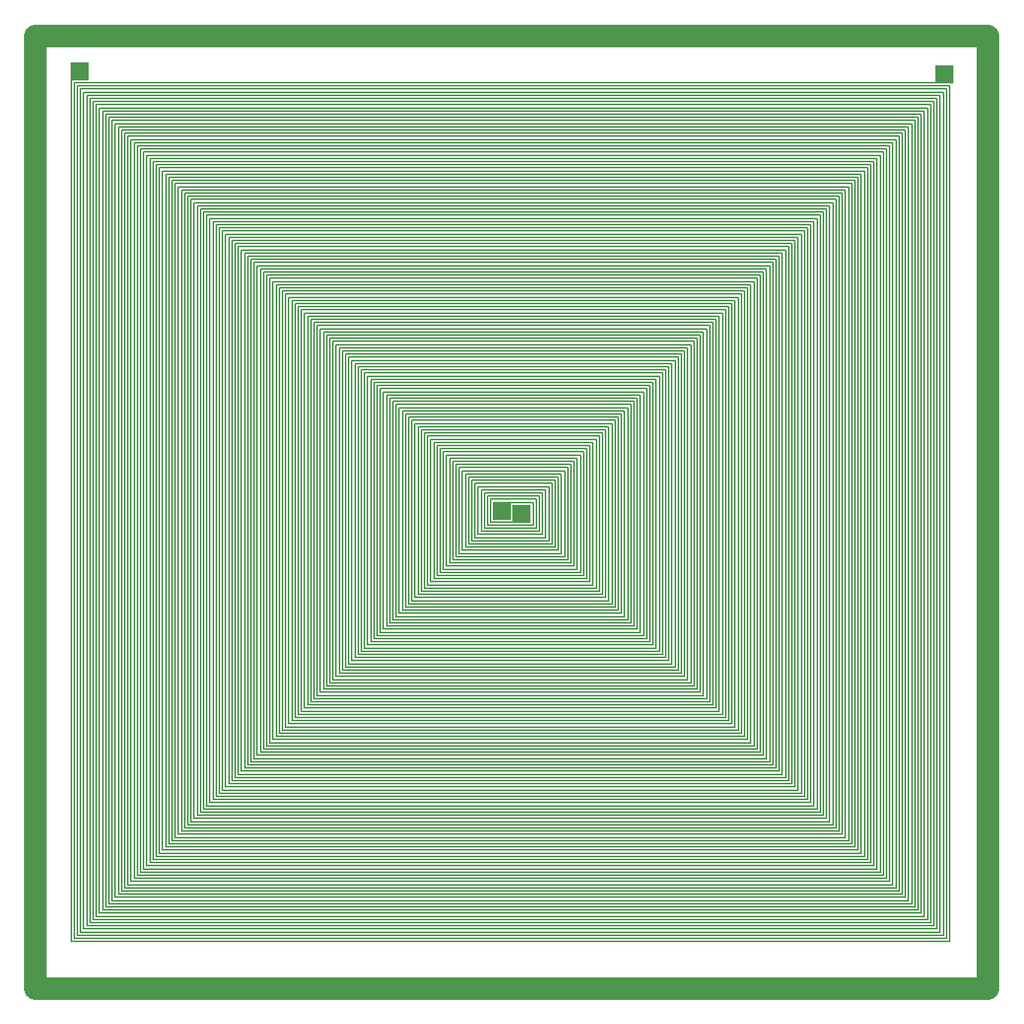
<source format=gbr>
G04 start of page 2 for group 0 idx 0 *
G04 Title: (unknown), component *
G04 Creator: pcb 1.99y *
G04 CreationDate: Mon Mar  9 18:38:29 2009 UTC *
G04 For: dj *
G04 Format: Gerber/RS-274X *
G04 PCB-Dimensions: 432600 432600 *
G04 PCB-Coordinate-Origin: lower left *
%MOIN*%
%FSLAX25Y25*%
%LNFRONT*%
%ADD11C,0.0070*%
%ADD12C,0.1000*%
%ADD13C,0.0200*%
%ADD14C,0.0300*%
G54D11*X204100Y209150D02*X227100D01*
X202700Y207750D02*X228500D01*
X201300Y206350D02*X229900D01*
X227100Y209150D02*Y222050D01*
X228500Y207750D02*Y223450D01*
X229900Y206350D02*Y224850D01*
X231300Y204950D02*Y226250D01*
X232700Y203550D02*Y227650D01*
X234100Y202150D02*Y229050D01*
X199900Y204950D02*X231300D01*
X198500Y203550D02*X232700D01*
X197100Y202150D02*X234100D01*
X195700Y200750D02*X235500D01*
X206900Y211950D02*Y222050D01*
X208300Y220650D02*X225700D01*
X205500Y210550D02*Y223450D01*
X206900Y222050D02*X227100D01*
X206900Y211950D02*X224300D01*
Y219250D01*
X205500Y210550D02*X225700D01*
Y220650D01*
X235500Y200750D02*Y230450D01*
X194300Y199350D02*X236900D01*
Y231850D01*
X192900Y197950D02*X238300D01*
Y233250D01*
X239700Y196550D02*Y234650D01*
X241100Y195150D02*Y236050D01*
X242500Y193750D02*Y237450D01*
X243900Y192350D02*Y238850D01*
X245300Y190950D02*Y240250D01*
X246700Y189550D02*Y241650D01*
X248100Y188150D02*Y243050D01*
X249500Y186750D02*Y244450D01*
X250900Y185350D02*Y245850D01*
X191500Y196550D02*X239700D01*
X190100Y195150D02*X241100D01*
X188700Y193750D02*X242500D01*
X187300Y192350D02*X243900D01*
X185900Y190950D02*X245300D01*
X184500Y189550D02*X246700D01*
X183100Y188150D02*X248100D01*
X181700Y186750D02*X249500D01*
X180300Y185350D02*X250900D01*
X178900Y183950D02*X252300D01*
X177500Y182550D02*X253700D01*
X176100Y181150D02*X255100D01*
X174700Y179750D02*X256500D01*
X173300Y178350D02*X257900D01*
X171900Y176950D02*X259300D01*
X170500Y175550D02*X260700D01*
X169100Y174150D02*X262100D01*
X167700Y172750D02*X263500D01*
X166300Y171350D02*X264900D01*
X164900Y169950D02*X266300D01*
X163500Y168550D02*X267700D01*
X162100Y167150D02*X269100D01*
X160700Y165750D02*X270500D01*
X159300Y164350D02*X271900D01*
X157900Y162950D02*X273300D01*
X156500Y161550D02*X274700D01*
X155100Y160150D02*X276100D01*
X153700Y158750D02*X277500D01*
X152300Y157350D02*X278900D01*
X150900Y155950D02*X280300D01*
X149500Y154550D02*X281700D01*
X148100Y153150D02*X283100D01*
X146700Y151750D02*X284500D01*
X145300Y150350D02*X285900D01*
X143900Y148950D02*X287300D01*
X142500Y147550D02*X288700D01*
X141100Y146150D02*X290100D01*
X139700Y144750D02*X291500D01*
X138300Y143350D02*X292900D01*
X136900Y141950D02*X294300D01*
X135500Y140550D02*X295700D01*
X134100Y139150D02*X297100D01*
X132700Y137750D02*X298500D01*
X131300Y136350D02*X299900D01*
X129900Y134950D02*X301300D01*
X128500Y133550D02*X302700D01*
X127100Y132150D02*X304100D01*
X125700Y130750D02*X305500D01*
X124300Y129350D02*X306900D01*
X252300Y183950D02*Y247250D01*
X253700Y182550D02*Y248650D01*
X255100Y181150D02*Y250050D01*
X256500Y179750D02*Y251450D01*
X257900Y178350D02*Y252850D01*
X259300Y176950D02*Y254250D01*
X260700Y175550D02*Y255650D01*
X262100Y174150D02*Y257050D01*
X263500Y172750D02*Y258450D01*
X264900Y171350D02*Y259850D01*
X266300Y169950D02*Y261250D01*
X267700Y168550D02*Y262650D01*
X269100Y167150D02*Y264050D01*
X270500Y165750D02*Y265450D01*
X271900Y164350D02*Y266850D01*
X273300Y162950D02*Y268250D01*
X274700Y161550D02*Y269650D01*
X276100Y160150D02*Y271050D01*
X277500Y158750D02*Y272450D01*
X278900Y157350D02*Y273850D01*
X280300Y155950D02*Y275250D01*
X281700Y154550D02*Y276650D01*
X283100Y153150D02*Y278050D01*
X284500Y151750D02*Y279450D01*
X285900Y150350D02*Y280850D01*
X287300Y148950D02*Y282250D01*
X288700Y147550D02*Y283650D01*
X290100Y146150D02*Y285050D01*
X291500Y144750D02*Y286450D01*
X292900Y143350D02*Y287850D01*
X294300Y141950D02*Y289250D01*
X295700Y140550D02*Y290650D01*
X297100Y139150D02*Y292050D01*
X298500Y137750D02*Y293450D01*
X299900Y136350D02*Y294850D01*
X301300Y134950D02*Y296250D01*
X302700Y133550D02*Y297650D01*
X304100Y132150D02*Y299050D01*
X305500Y130750D02*Y300450D01*
X197100Y231850D02*X236900D01*
X122900Y127950D02*X308300D01*
X121500Y126550D02*X309700D01*
X120100Y125150D02*X311100D01*
X118700Y123750D02*X312500D01*
X117300Y122350D02*X313900D01*
X115900Y120950D02*X315300D01*
X114500Y119550D02*X316700D01*
X113100Y118150D02*X318100D01*
X111700Y116750D02*X319500D01*
X110300Y115350D02*X320900D01*
X108900Y113950D02*X322300D01*
X107500Y112550D02*X323700D01*
X106100Y111150D02*X325100D01*
X104700Y109750D02*X326500D01*
X103300Y108350D02*X327900D01*
X101900Y106950D02*X329300D01*
X100500Y105550D02*X330700D01*
X99100Y104150D02*X332100D01*
X97700Y102750D02*X333500D01*
X96300Y101350D02*X334900D01*
X94900Y99950D02*X336300D01*
X93500Y98550D02*X337700D01*
X92100Y97150D02*X339100D01*
X90700Y95750D02*X340500D01*
X205500Y223450D02*X228500D01*
X204100Y224850D02*X229900D01*
X202700Y226250D02*X231300D01*
X201300Y227650D02*X232700D01*
X199900Y229050D02*X234100D01*
X198500Y230450D02*X235500D01*
X195700Y233250D02*X238300D01*
X194300Y234650D02*X239700D01*
X192900Y236050D02*X241100D01*
X191500Y237450D02*X242500D01*
X190100Y238850D02*X243900D01*
X188700Y240250D02*X245300D01*
X187300Y241650D02*X246700D01*
X185900Y243050D02*X248100D01*
X184500Y244450D02*X249500D01*
X183100Y245850D02*X250900D01*
X181700Y247250D02*X252300D01*
X180300Y248650D02*X253700D01*
X178900Y250050D02*X255100D01*
X306900Y129350D02*Y301850D01*
X308300Y127950D02*Y303250D01*
X309700Y126550D02*Y304650D01*
X311100Y125150D02*Y306050D01*
X312500Y123750D02*Y307450D01*
X313900Y122350D02*Y308850D01*
X315300Y120950D02*Y310250D01*
X316700Y119550D02*Y311650D01*
X318100Y118150D02*Y313050D01*
X319500Y116750D02*Y314450D01*
X320900Y115350D02*Y315850D01*
X322300Y113950D02*Y317250D01*
X323700Y112550D02*Y318650D01*
X325100Y111150D02*Y320050D01*
X326500Y109750D02*Y321450D01*
X327900Y108350D02*Y322850D01*
X329300Y106950D02*Y324250D01*
X330700Y105550D02*Y325650D01*
X332100Y104150D02*Y327050D01*
X333500Y102750D02*Y328450D01*
X334900Y101350D02*Y329850D01*
X336300Y99950D02*Y331250D01*
X337700Y98550D02*Y332650D01*
X339100Y97150D02*Y334050D01*
X340500Y95750D02*Y335450D01*
X341900Y94350D02*Y336850D01*
X343300Y92950D02*Y338250D01*
X344700Y91550D02*Y339650D01*
X346100Y90150D02*Y341050D01*
X347500Y88750D02*Y342450D01*
X348900Y87350D02*Y343850D01*
X350300Y85950D02*Y345250D01*
X351700Y84550D02*Y346650D01*
X353100Y83150D02*Y348050D01*
X354500Y81750D02*Y349450D01*
X355900Y80350D02*Y350850D01*
X357300Y78950D02*Y352250D01*
X358700Y77550D02*Y353650D01*
X360100Y76150D02*Y355050D01*
X361500Y74750D02*Y356450D01*
X362900Y73350D02*Y357850D01*
X364300Y71950D02*Y359250D01*
X365700Y70550D02*Y360650D01*
X367100Y69150D02*Y362050D01*
X368500Y67750D02*Y363450D01*
X369900Y66350D02*Y364850D01*
X191500Y196550D02*Y237450D01*
X190100Y195150D02*Y238850D01*
X188700Y193750D02*Y240250D01*
X187300Y192350D02*Y241650D01*
X185900Y190950D02*Y243050D01*
X184500Y189550D02*Y244450D01*
X183100Y188150D02*Y245850D01*
X181700Y186750D02*Y247250D01*
X180300Y185350D02*Y248650D01*
X178900Y183950D02*Y250050D01*
X177500Y182550D02*Y251450D01*
X176100Y181150D02*Y252850D01*
X174700Y179750D02*Y254250D01*
X204100Y209150D02*Y224850D01*
X202700Y207750D02*Y226250D01*
X201300Y206350D02*Y227650D01*
X199900Y204950D02*Y229050D01*
X198500Y203550D02*Y230450D01*
X197100Y202150D02*Y231850D01*
X195700Y200750D02*Y233250D01*
X194300Y199350D02*Y234650D01*
X192900Y197950D02*Y236050D01*
X89300Y94350D02*X341900D01*
X87900Y92950D02*X343300D01*
X86500Y91550D02*X344700D01*
X85100Y90150D02*X346100D01*
X83700Y88750D02*X347500D01*
X82300Y87350D02*X348900D01*
X80900Y85950D02*X350300D01*
X79500Y84550D02*X351700D01*
X78100Y83150D02*X353100D01*
X76700Y81750D02*X354500D01*
X75300Y80350D02*X355900D01*
X73900Y78950D02*X357300D01*
X72500Y77550D02*X358700D01*
X71100Y76150D02*X360100D01*
X69700Y74750D02*X361500D01*
X68300Y73350D02*X362900D01*
X66900Y71950D02*X364300D01*
X65500Y70550D02*X365700D01*
X64100Y69150D02*X367100D01*
X62700Y67750D02*X368500D01*
X61300Y66350D02*X369900D01*
X59900Y64950D02*X371300D01*
X58500Y63550D02*X372700D01*
X57100Y62150D02*X374100D01*
X55700Y60750D02*X375500D01*
X54300Y59350D02*X376900D01*
X52900Y57950D02*X378300D01*
X51500Y56550D02*X379700D01*
X50100Y55150D02*X381100D01*
X48700Y53750D02*X382500D01*
X47300Y52350D02*X383900D01*
X45900Y50950D02*X385300D01*
X44500Y49550D02*X386700D01*
X43100Y48150D02*X388100D01*
X41700Y46750D02*X389500D01*
X40300Y45350D02*X390900D01*
X38900Y43950D02*X392300D01*
X37500Y42550D02*X393700D01*
X36100Y41150D02*X395100D01*
X34700Y39750D02*X396500D01*
X33300Y38350D02*X397900D01*
X31900Y36950D02*X399300D01*
X30500Y35550D02*X400700D01*
X173300Y178350D02*Y255650D01*
X171900Y176950D02*Y257050D01*
X170500Y175550D02*Y258450D01*
X169100Y174150D02*Y259850D01*
X167700Y172750D02*Y261250D01*
X166300Y171350D02*Y262650D01*
X164900Y169950D02*Y264050D01*
X163500Y168550D02*Y265450D01*
X162100Y167150D02*Y266850D01*
X160700Y165750D02*Y268250D01*
X159300Y164350D02*Y269650D01*
X157900Y162950D02*Y271050D01*
X156500Y161550D02*Y272450D01*
X155100Y160150D02*Y273850D01*
X153700Y158750D02*Y275250D01*
X152300Y157350D02*Y276650D01*
X150900Y155950D02*Y278050D01*
X149500Y154550D02*Y279450D01*
X148100Y153150D02*Y280850D01*
X146700Y151750D02*Y282250D01*
X145300Y150350D02*Y283650D01*
X143900Y148950D02*Y285050D01*
X142500Y147550D02*Y286450D01*
X141100Y146150D02*Y287850D01*
X139700Y144750D02*Y289250D01*
X138300Y143350D02*Y290650D01*
X136900Y141950D02*Y292050D01*
X135500Y140550D02*Y293450D01*
X134100Y139150D02*Y294850D01*
X132700Y137750D02*Y296250D01*
X131300Y136350D02*Y297650D01*
X129900Y134950D02*Y299050D01*
X128500Y133550D02*Y300450D01*
X127100Y132150D02*Y301850D01*
X125700Y130750D02*Y303250D01*
X124300Y129350D02*Y304650D01*
X122900Y127950D02*Y306050D01*
X121500Y126550D02*Y307450D01*
X120100Y125150D02*Y308850D01*
X118700Y123750D02*Y310250D01*
X117300Y122350D02*Y311650D01*
X115900Y120950D02*Y313050D01*
X114500Y119550D02*Y314450D01*
X113100Y118150D02*Y315850D01*
X111700Y116750D02*Y317250D01*
X110300Y115350D02*Y318650D01*
X108900Y113950D02*Y320050D01*
X107500Y112550D02*Y321450D01*
X106100Y111150D02*Y322850D01*
X104700Y109750D02*Y324250D01*
X103300Y108350D02*Y325650D01*
X101900Y106950D02*Y327050D01*
X100500Y105550D02*Y328450D01*
X99100Y104150D02*Y329850D01*
X97700Y102750D02*Y331250D01*
X96300Y101350D02*Y332650D01*
X94900Y99950D02*Y334050D01*
X93500Y98550D02*Y335450D01*
X92100Y97150D02*Y336850D01*
X90700Y95750D02*Y338250D01*
X89300Y94350D02*Y339650D01*
X87900Y92950D02*Y341050D01*
X86500Y91550D02*Y342450D01*
X85100Y90150D02*Y343850D01*
X83700Y88750D02*Y345250D01*
X82300Y87350D02*Y346650D01*
X80900Y85950D02*Y348050D01*
X79500Y84550D02*Y349450D01*
X78100Y83150D02*Y350850D01*
X76700Y81750D02*Y352250D01*
X75300Y80350D02*Y353650D01*
X73900Y78950D02*Y355050D01*
X72500Y77550D02*Y356450D01*
X71100Y76150D02*Y357850D01*
X69700Y74750D02*Y359250D01*
X68300Y73350D02*Y360650D01*
X66900Y71950D02*Y362050D01*
X65500Y70550D02*Y363450D01*
X64100Y69150D02*Y364850D01*
X62700Y67750D02*Y366250D01*
X61300Y66350D02*Y367650D01*
X59900Y64950D02*Y369050D01*
X58500Y63550D02*Y370450D01*
X57100Y62150D02*Y371850D01*
X55700Y60750D02*Y373250D01*
X54300Y59350D02*Y374650D01*
X52900Y57950D02*Y376050D01*
X51500Y56550D02*Y377450D01*
X50100Y55150D02*Y378850D01*
X48700Y53750D02*Y380250D01*
X47300Y52350D02*Y381650D01*
X45900Y50950D02*Y383050D01*
X44500Y49550D02*Y384450D01*
X43100Y48150D02*Y385850D01*
X41700Y46750D02*Y387250D01*
X40300Y45350D02*Y388650D01*
X38900Y43950D02*Y390050D01*
X37500Y42550D02*Y391450D01*
X36100Y41150D02*Y392850D01*
X34700Y39750D02*Y394250D01*
X33300Y38350D02*Y395650D01*
X31900Y36950D02*Y397050D01*
X30500Y35550D02*Y398450D01*
X145300Y283650D02*X288700D01*
X143900Y285050D02*X290100D01*
X142500Y286450D02*X291500D01*
X141100Y287850D02*X292900D01*
X139700Y289250D02*X294300D01*
X138300Y290650D02*X295700D01*
X136900Y292050D02*X297100D01*
X135500Y293450D02*X298500D01*
X134100Y294850D02*X299900D01*
X132700Y296250D02*X301300D01*
X131300Y297650D02*X302700D01*
X129900Y299050D02*X304100D01*
X128500Y300450D02*X305500D01*
X127100Y301850D02*X306900D01*
X125700Y303250D02*X308300D01*
X124300Y304650D02*X309700D01*
X122900Y306050D02*X311100D01*
X121500Y307450D02*X312500D01*
X120100Y308850D02*X313900D01*
X118700Y310250D02*X315300D01*
X117300Y311650D02*X316700D01*
X115900Y313050D02*X318100D01*
X114500Y314450D02*X319500D01*
X113100Y315850D02*X320900D01*
X111700Y317250D02*X322300D01*
X110300Y318650D02*X323700D01*
X108900Y320050D02*X325100D01*
X107500Y321450D02*X326500D01*
X106100Y322850D02*X327900D01*
X104700Y324250D02*X329300D01*
X103300Y325650D02*X330700D01*
X101900Y327050D02*X332100D01*
X100500Y328450D02*X333500D01*
X99100Y329850D02*X334900D01*
X97700Y331250D02*X336300D01*
X96300Y332650D02*X337700D01*
X94900Y334050D02*X339100D01*
X93500Y335450D02*X340500D01*
X92100Y336850D02*X341900D01*
X90700Y338250D02*X343300D01*
X89300Y339650D02*X344700D01*
X87900Y341050D02*X346100D01*
X86500Y342450D02*X347500D01*
X85100Y343850D02*X348900D01*
X83700Y345250D02*X350300D01*
X82300Y346650D02*X351700D01*
X80900Y348050D02*X353100D01*
X79500Y349450D02*X354500D01*
X78100Y350850D02*X355900D01*
X76700Y352250D02*X357300D01*
X75300Y353650D02*X358700D01*
X73900Y355050D02*X360100D01*
X72500Y356450D02*X361500D01*
X71100Y357850D02*X362900D01*
X69700Y359250D02*X364300D01*
X68300Y360650D02*X365700D01*
X66900Y362050D02*X367100D01*
X65500Y363450D02*X368500D01*
X64100Y364850D02*X369900D01*
X62700Y366250D02*X371300D01*
X61300Y367650D02*X372700D01*
X59900Y369050D02*X374100D01*
X58500Y370450D02*X375500D01*
X57100Y371850D02*X376900D01*
X55700Y373250D02*X378300D01*
X54300Y374650D02*X379700D01*
X52900Y376050D02*X381100D01*
X51500Y377450D02*X382500D01*
X50100Y378850D02*X383900D01*
X48700Y380250D02*X385300D01*
X47300Y381650D02*X386700D01*
X45900Y383050D02*X388100D01*
X44500Y384450D02*X389500D01*
X43100Y385850D02*X390900D01*
X41700Y387250D02*X392300D01*
X40300Y388650D02*X393700D01*
X38900Y390050D02*X395100D01*
X37500Y391450D02*X396500D01*
X36100Y392850D02*X397900D01*
X34700Y394250D02*X399300D01*
X33300Y395650D02*X400700D01*
X31900Y397050D02*X402100D01*
X167700Y261250D02*X266300D01*
X166300Y262650D02*X267700D01*
X164900Y264050D02*X269100D01*
X163500Y265450D02*X270500D01*
X162100Y266850D02*X271900D01*
X160700Y268250D02*X273300D01*
X159300Y269650D02*X274700D01*
X157900Y271050D02*X276100D01*
X156500Y272450D02*X277500D01*
X155100Y273850D02*X278900D01*
X153700Y275250D02*X280300D01*
X152300Y276650D02*X281700D01*
X150900Y278050D02*X283100D01*
X149500Y279450D02*X284500D01*
X148100Y280850D02*X285900D01*
X146700Y282250D02*X287300D01*
X177500Y251450D02*X256500D01*
X176100Y252850D02*X257900D01*
X174700Y254250D02*X259300D01*
X173300Y255650D02*X260700D01*
G54D12*X5000Y5000D02*X427600D01*
G54D11*X171900Y257050D02*X262100D01*
X170500Y258450D02*X263500D01*
X169100Y259850D02*X264900D01*
G54D12*X5000Y427600D02*X427600D01*
G54D11*X29100Y34150D02*Y399850D01*
X27700Y32750D02*Y401250D01*
X26300Y31350D02*Y402650D01*
X24900Y29950D02*Y404050D01*
X23500Y28550D02*Y405450D01*
X22100Y27150D02*Y406850D01*
X402100Y34150D02*Y397050D01*
X403500Y32750D02*Y398450D01*
X404900Y31350D02*Y399850D01*
X406300Y29950D02*Y401250D01*
X407700Y28550D02*Y402650D01*
X409100Y27150D02*Y404050D01*
X20700Y25750D02*Y408250D01*
G54D12*X5000Y5000D02*Y427600D01*
G54D11*X410500Y25750D02*Y405450D01*
G54D12*X427600Y5000D02*Y427600D01*
G54D11*X29100Y34150D02*X402100D01*
X27700Y32750D02*X403500D01*
X26300Y31350D02*X404900D01*
X24900Y29950D02*X406300D01*
X23500Y28550D02*X407700D01*
X22100Y27150D02*X409100D01*
X20700Y25750D02*X410500D01*
X371300Y64950D02*Y366250D01*
X372700Y63550D02*Y367650D01*
X374100Y62150D02*Y369050D01*
X375500Y60750D02*Y370450D01*
X376900Y59350D02*Y371850D01*
X378300Y57950D02*Y373250D01*
X379700Y56550D02*Y374650D01*
X381100Y55150D02*Y376050D01*
X382500Y53750D02*Y377450D01*
X383900Y52350D02*Y378850D01*
X385300Y50950D02*Y380250D01*
X386700Y49550D02*Y381650D01*
X388100Y48150D02*Y383050D01*
X389500Y46750D02*Y384450D01*
X390900Y45350D02*Y385850D01*
X392300Y43950D02*Y387250D01*
X393700Y42550D02*Y388650D01*
X395100Y41150D02*Y390050D01*
X396500Y39750D02*Y391450D01*
X397900Y38350D02*Y392850D01*
X399300Y36950D02*Y394250D01*
X400700Y35550D02*Y395650D01*
X30500Y398450D02*X403500D01*
X29100Y399850D02*X404900D01*
X27700Y401250D02*X406300D01*
X26300Y402650D02*X407700D01*
X24900Y404050D02*X409100D01*
X23500Y405450D02*X410500D01*
X22100Y406850D02*X411900D01*
G54D13*G36*
X207950Y221000D02*Y213000D01*
X215950D01*
Y221000D01*
X207950D01*
G37*
G36*
X216650Y219600D02*Y211600D01*
X224650D01*
Y219600D01*
X216650D01*
G37*
G36*
X20350Y415900D02*Y407900D01*
X28350D01*
Y415900D01*
X20350D01*
G37*
G36*
X404250Y414500D02*Y406500D01*
X412250D01*
Y414500D01*
X404250D01*
G37*
G54D14*M02*

</source>
